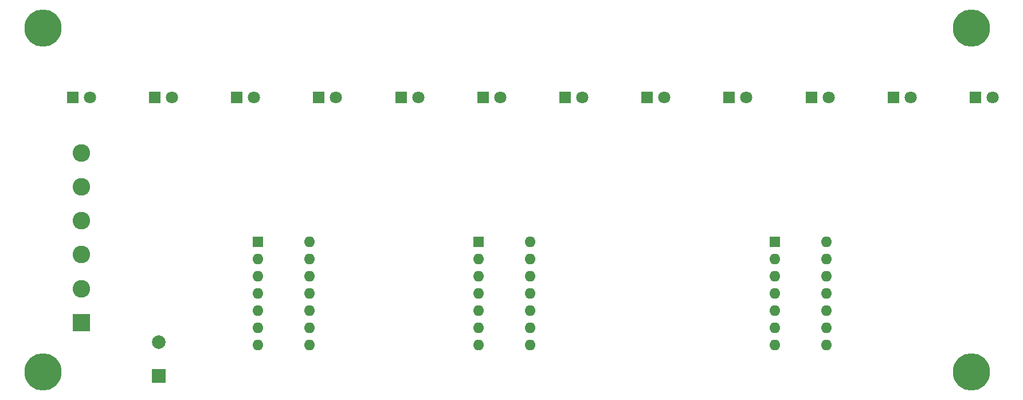
<source format=gbr>
%TF.GenerationSoftware,KiCad,Pcbnew,8.0.3*%
%TF.CreationDate,2024-08-15T08:53:42-06:00*%
%TF.ProjectId,SolarTelescope_LED_PCB,536f6c61-7254-4656-9c65-73636f70655f,2.0*%
%TF.SameCoordinates,Original*%
%TF.FileFunction,Soldermask,Bot*%
%TF.FilePolarity,Negative*%
%FSLAX46Y46*%
G04 Gerber Fmt 4.6, Leading zero omitted, Abs format (unit mm)*
G04 Created by KiCad (PCBNEW 8.0.3) date 2024-08-15 08:53:42*
%MOMM*%
%LPD*%
G01*
G04 APERTURE LIST*
%ADD10R,1.800000X1.800000*%
%ADD11C,1.800000*%
%ADD12C,5.500000*%
%ADD13R,1.600000X1.600000*%
%ADD14O,1.600000X1.600000*%
%ADD15R,2.000000X2.000000*%
%ADD16C,2.000000*%
%ADD17R,2.600000X2.600000*%
%ADD18C,2.600000*%
G04 APERTURE END LIST*
D10*
%TO.C,D6*%
X134858635Y-67410000D03*
D11*
X137398635Y-67410000D03*
%TD*%
D10*
%TO.C,D12*%
X207595000Y-67410000D03*
D11*
X210135000Y-67410000D03*
%TD*%
D10*
%TO.C,D1*%
X74245000Y-67410000D03*
D11*
X76785000Y-67410000D03*
%TD*%
D12*
%TO.C,REF\u002A\u002A*%
X69850000Y-57150000D03*
%TD*%
%TO.C,REF\u002A\u002A*%
X207010000Y-57150000D03*
%TD*%
D13*
%TO.C,U1*%
X101600000Y-88730000D03*
D14*
X101600000Y-91270000D03*
X101600000Y-93810000D03*
X101600000Y-96350000D03*
X101600000Y-98890000D03*
X101600000Y-101430000D03*
X101600000Y-103970000D03*
X109220000Y-103970000D03*
X109220000Y-101430000D03*
X109220000Y-98890000D03*
X109220000Y-96350000D03*
X109220000Y-93810000D03*
X109220000Y-91270000D03*
X109220000Y-88730000D03*
%TD*%
D10*
%TO.C,D2*%
X86367727Y-67410000D03*
D11*
X88907727Y-67410000D03*
%TD*%
D10*
%TO.C,D5*%
X122735908Y-67410000D03*
D11*
X125275908Y-67410000D03*
%TD*%
D13*
%TO.C,U2*%
X134195000Y-88730000D03*
D14*
X134195000Y-91270000D03*
X134195000Y-93810000D03*
X134195000Y-96350000D03*
X134195000Y-98890000D03*
X134195000Y-101430000D03*
X134195000Y-103970000D03*
X141815000Y-103970000D03*
X141815000Y-101430000D03*
X141815000Y-98890000D03*
X141815000Y-96350000D03*
X141815000Y-93810000D03*
X141815000Y-91270000D03*
X141815000Y-88730000D03*
%TD*%
D10*
%TO.C,D10*%
X183349543Y-67410000D03*
D11*
X185889543Y-67410000D03*
%TD*%
D10*
%TO.C,D7*%
X146981362Y-67410000D03*
D11*
X149521362Y-67410000D03*
%TD*%
D13*
%TO.C,U3*%
X177970000Y-88730000D03*
D14*
X177970000Y-91270000D03*
X177970000Y-93810000D03*
X177970000Y-96350000D03*
X177970000Y-98890000D03*
X177970000Y-101430000D03*
X177970000Y-103970000D03*
X185590000Y-103970000D03*
X185590000Y-101430000D03*
X185590000Y-98890000D03*
X185590000Y-96350000D03*
X185590000Y-93810000D03*
X185590000Y-91270000D03*
X185590000Y-88730000D03*
%TD*%
D12*
%TO.C,REF\u002A\u002A*%
X207010000Y-107950000D03*
%TD*%
D10*
%TO.C,D11*%
X195472270Y-67410000D03*
D11*
X198012270Y-67410000D03*
%TD*%
D12*
%TO.C,REF\u002A\u002A*%
X69850000Y-107950000D03*
%TD*%
D10*
%TO.C,D3*%
X98490454Y-67410000D03*
D11*
X101030454Y-67410000D03*
%TD*%
D10*
%TO.C,D4*%
X110613181Y-67410000D03*
D11*
X113153181Y-67410000D03*
%TD*%
D10*
%TO.C,D9*%
X171226816Y-67410000D03*
D11*
X173766816Y-67410000D03*
%TD*%
D10*
%TO.C,D8*%
X159104089Y-67410000D03*
D11*
X161644089Y-67410000D03*
%TD*%
D15*
%TO.C,C1*%
X86995000Y-108585000D03*
D16*
X86995000Y-103585000D03*
%TD*%
D17*
%TO.C,J2*%
X75565000Y-100645000D03*
D18*
X75565000Y-95645000D03*
X75565000Y-90645000D03*
X75565000Y-85645000D03*
X75565000Y-80645000D03*
X75565000Y-75645000D03*
%TD*%
M02*

</source>
